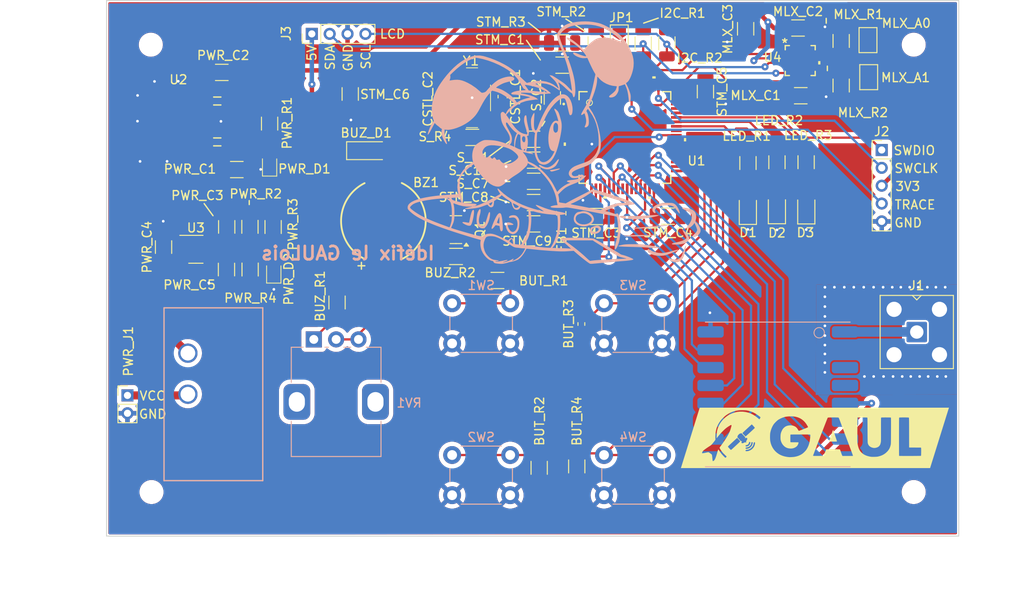
<source format=kicad_pcb>
(kicad_pcb (version 20240108) (generator "pcbnew") (generator_version "8.0")
  (title_block (company "GAUL"))
  (layers (0 "F.Cu" signal) (31 "B.Cu" signal) (34 "B.Paste" user) (35 "F.Paste" user) (36 "B.SilkS" user "B.Silkscreen") (37 "F.SilkS" user "F.Silkscreen") (38 "B.Mask" user) (39 "F.Mask" user) (44 "Edge.Cuts" user))
  (net 0 "")
  (net 1 "GND")
  (net 2 "PUSH_1")
  (net 3 "PUSH_2")
  (net 4 "PUSH_3")
  (net 5 "PUSH_4")
  (net 6 "+3.3V")
  (net 7 "Net-(BUZ_D1-K)")
  (net 8 "Net-(BUZ_D1-A)")
  (net 9 "BUZZER")
  (net 10 "Net-(Q1-B)")
  (net 11 "OSC_IN")
  (net 12 "Net-(CSTL_C2-Pad1)")
  (net 13 "Net-(D1-A)")
  (net 14 "Net-(D2-A)")
  (net 15 "Net-(D3-A)")
  (net 16 "+3.3VA")
  (net 17 "I2C_SDA")
  (net 18 "I2C_SCL")
  (net 19 "/Capteurs/ANT")
  (net 20 "SYS_SWCLK")
  (net 21 "SYS_TRACESWO")
  (net 22 "SYS_SWDIO")
  (net 23 "+5V")
  (net 24 "Net-(JP1-B)")
  (net 25 "LED1")
  (net 26 "LED2")
  (net 27 "LED3")
  (net 28 "Net-(MLX_A0-B)")
  (net 29 "Net-(MLX_A1-B)")
  (net 30 "VCC")
  (net 31 "Net-(U3-Noise)")
  (net 32 "Net-(PWR_D1-A)")
  (net 33 "Net-(PWR_D2-A)")
  (net 34 "Net-(PWR_J1-Pin_1)")
  (net 36 "SPI_SCK")
  (net 37 "SPI_MOSI")
  (net 39 "SPI_MISO")
  (net 40 "RFM_NIRQ")
  (net 41 "SPI_RFM_CS")
  (net 42 "RFM_GPIO2")
  (net 43 "RFM_GPIO3")
  (net 44 "RFM_SDN")
  (net 45 "RFM_GPIO1")
  (net 47 "NRST")
  (net 48 "BOOT0")
  (net 49 "OSC_OUT")
  (net 53 "MLX_INT")
  (net 74 "MLX_INT{slash}TRIG")
  (net 82 "Net-(PWR_R2-Pad2)")
  (net 83 "Net-(PWR_R3-Pad2)")
  (net 84 "Net-(BUZ_R1-Pad1)")
  (footprint "Footprints:SOT-23-5" (layer "F.Cu") (at 109.655213 100.724655)
    (property "Reference" "U3")
    (property "Value" "NJM2882F05-TE1" (hide yes))
  )
  (footprint "Capacitor_SMD:C_1206_3216Metric" (layer "F.Cu") (at 147.451245 97.882922 180)
    (property "Reference" "STM_C9")
    (property "Value" "1uF")
  )
  (footprint "Capacitor_SMD:C_0603_1608Metric_Pad1.08x0.95mm_HandSolder" (layer "F.Cu") (at 143.987653 83.626155 -90)
    (property "Reference" "CSTL_C1")
    (property "Value" "16pF")
  )
  (footprint "Footprints:QFN-16_MLX90393_MEL-L" (layer "F.Cu") (at 177.293894 79.586481)
    (property "Reference" "U4")
    (property "Value" "MLX90393SLW-ABA-011-RE" (hide yes))
  )
  (footprint "Footprints:LTST-C190EKT" (layer "F.Cu") (at 118.379667 102.989507 90)
    (property "Reference" "PWR_D2")
    (property "Value" "LTST-C190EKT" (hide yes))
  )
  (footprint "Capacitor_SMD:C_1206_3216Metric" (layer "F.Cu") (at 106.038464 100.479357 90)
    (property "Reference" "PWR_C4")
    (property "Value" "100nF")
  )
  (footprint "MountingHole:MountingHole_2.2mm_M2" (layer "F.Cu") (at 104.690724 127.915425)
    (property "Reference" "REF**" (hide yes))
    (property "Value" "MountingHole_2.2mm_M2" (hide yes))
  )
  (footprint "Jumper:SolderJumper-2_P1.3mm_Open_TrianglePad1.0x1.5mm" (layer "F.Cu") (at 157.041445 76.998395 -90)
    (property "Reference" "JP1")
    (property "Value" "SolderJumper_2_Open" (hide yes))
  )
  (footprint "Footprints:Buzzer_D14mm_H7mm_P10mm" (layer "F.Cu") (at 130.649833 97.56325 90)
    (property "Reference" "BZ1")
    (property "Value" "SMTB-0927-TW-R" (hide yes))
  )
  (footprint "Resistor_SMD:R_1206_3216Metric" (layer "F.Cu") (at 143.409182 104.220474)
    (property "Reference" "BUT_R1")
    (property "Value" "10k")
  )
  (footprint "Capacitor_SMD:C_1206_3216Metric" (layer "F.Cu") (at 177.353418 83.524504)
    (property "Reference" "MLX_C1")
    (property "Value" "100nF")
  )
  (footprint "Connector_PinHeader_2.00mm:PinHeader_1x02_P2.00mm_Vertical" (layer "F.Cu") (at 101.999565 117.092575)
    (property "Reference" "PWR_J1")
    (property "Value" "Conn_01x02" (hide yes))
  )
  (footprint "Capacitor_SMD:C_1206_3216Metric" (layer "F.Cu") (at 154.460656 97.052327 180)
    (property "Reference" "STM_C3")
    (property "Value" "100nF" (hide yes))
  )
  (footprint "Footprints:LTST-C170GKT" (layer "F.Cu") (at 177.972188 96.044202 90)
    (property "Reference" "D3")
    (property "Value" "LTST-C170GKT")
  )
  (footprint "Capacitor_SMD:C_1206_3216Metric" (layer "F.Cu") (at 162.494412 97.014822 180)
    (property "Reference" "STM_C4")
    (property "Value" "100nF" (hide yes))
  )
  (footprint "Capacitor_SMD:C_1206_3216Metric" (layer "F.Cu") (at 150.648604 80.102403)
    (property "Reference" "STM_C1")
    (property "Value" "100nF" (hide yes))
  )
  (footprint "Resistor_SMD:R_1206_3216Metric" (layer "F.Cu") (at 147.435508 88.399698)
    (property "Reference" "S_R1")
    (property "Value" "10k" (hide yes))
  )
  (footprint "Capacitor_SMD:C_1206_3216Metric" (layer "F.Cu") (at 147.449647 95.49081 180)
    (property "Reference" "STM_C8")
    (property "Value" "1uF" (hide yes))
  )
  (footprint "Resistor_SMD:R_1206_3216Metric" (layer "F.Cu") (at 171.444382 91.065077 -90)
    (property "Reference" "LED_R1")
    (property "Value" "145R")
  )
  (footprint "Capacitor_SMD:C_1206_3216Metric" (layer "F.Cu") (at 113.080536 102.994327 -90)
    (property "Reference" "PWR_C5")
    (property "Value" "10nF")
  )
  (footprint "Resistor_SMD:R_1206_3216Metric" (layer "F.Cu") (at 117.907483 86.649488 -90)
    (property "Reference" "PWR_R1")
    (property "Value" "145R" (hide yes))
  )
  (footprint "Resistor_SMD:R_1206_3216Metric" (layer "F.Cu") (at 125.456681 106.684591 90)
    (property "Reference" "BUZ_R1")
    (property "Value" "50R")
  )
  (footprint "Resistor_SMD:R_1206_3216Metric" (layer "F.Cu") (at 140.593819 88.196023)
    (property "Reference" "S_R4")
    (property "Value" "10R")
  )
  (footprint "MountingHole:MountingHole_2.2mm_M2" (layer "F.Cu") (at 189.993853 127.915425)
    (property "Reference" "REF**" (hide yes))
    (property "Value" "MountingHole_2.2mm_M2" (hide yes))
  )
  (footprint "Capacitor_SMD:C_1206_3216Metric" (layer "F.Cu") (at 147.457676 90.739808 180)
    (property "Reference" "S_C10")
    (property "Value" "100nF")
  )
  (footprint "Resistor_SMD:R_1206_3216Metric" (layer "F.Cu") (at 162.371695 77.654857 -90)
    (property "Reference" "I2C_R2")
    (property "Value" "10k")
  )
  (footprint "Resistor_SMD:R_1206_3216Metric" (layer "F.Cu") (at 115.727543 102.993542 -90)
    (property "Reference" "PWR_R4")
    (property "Value" "145R" (hide yes))
  )
  (footprint "Resistor_SMD:R_1206_3216Metric" (layer "F.Cu") (at 154.4592 77.63337 -90)
    (property "Reference" "STM_R2")
    (property "Value" "1k5")
  )
  (footprint "Connector_PinHeader_2.00mm:PinHeader_1x04_P2.00mm_Vertical" (layer "F.Cu") (at 122.631959 76.597438 90)
    (property "Reference" "J3")
    (property "Value" "Conn_01x04" (hide yes))
  )
  (footprint "Resistor_SMD:R_1206_3216Metric" (layer "F.Cu") (at 152.281912 125.046159 90)
    (property "Reference" "BUT_R4")
    (property "Value" "10k")
  )
  (footprint "Capacitor_SMD:C_1206_3216Metric" (layer "F.Cu") (at 147.461203 93.110254 180)
    (property "Reference" "S_C7")
    (property "Value" "10nF")
  )
  (footprint "Footprints:logo" (layer "F.Cu") (at 178.939303 121.842457)
    (property "Reference" "G***" (hide yes))
    (property "Value" "LOGO" (hide yes))
  )
  (footprint "Footprints:LTST-C190EKT" (layer "F.Cu") (at 117.911156 91.006319 90)
    (property "Reference" "PWR_D1")
    (property "Value" "LTST-C190EKT" (hide yes))
  )
  (footprint "Jumper:SolderJumper-2_P1.3mm_Open_TrianglePad1.0x1.5mm" (layer "F.Cu") (at 184.879126 77.296699 -90)
    (property "Reference" "MLX_A0")
    (property "Value" "jumper" (hide yes))
  )
  (footprint "Resistor_SMD:R_1206_3216Metric" (layer "F.Cu") (at 174.689472 90.977865 -90)
    (property "Reference" "LED_R2")
    (property "Value" "145R")
  )
  (footprint "Resistor_SMD:R_1206_3216Metric" (layer "F.Cu") (at 118.301663 98.229542 -90)
    (property "Reference" "PWR_R3")
    (property "Value" "145R" (hide yes))
  )
  (footprint "Resistor_SMD:R_1206_3216Metric" (layer "F.Cu") (at 115.706659 98.210103 90)
    (property "Reference" "PWR_R2")
    (property "Value" "145R" (hide yes))
  )
  (footprint "Footprints:LTST-C170GKT" (layer "F.Cu") (at 174.686024 96.021779 90)
    (property "Reference" "D2")
    (property "Value" "LTST-C170GKT")
  )
  (footprint "Resistor_SMD:R_1206_3216Metric" (layer "F.Cu") (at 177.9544 90.971103 -90)
    (property "Reference" "LED_R3")
    (property "Value" "145R")
  )
  (footprint "Resistor_SMD:R_1206_3216Metric" (layer "F.Cu") (at 159.719571 77.654857 -90)
    (property "Reference" "I2C_R1")
    (property "Value" "10k")
  )
  (footprint "Resistor_SMD:R_0402_1005Metric" (layer "F.Cu") (at 152.800916 109.095109 90)
    (property "Reference" "BUT_R3")
    (property "Value" "10k" (hide yes))
  )
  (footprint "MountingHole:MountingHole_2.2mm_M2" (layer "F.Cu") (at 189.993853 77.809474)
    (property "Reference" "REF**" (hide yes))
    (property "Value" "MountingHole_2.2mm_M2" (hide yes))
  )
  (footprint "Capacitor_SMD:C_1206_3216Metric" (layer "F.Cu") (at 114.235277 91.797018)
    (property "Reference" "PWR_C1")
    (property "Value" "10uF" (hide yes))
  )
  (footprint "Diode_SMD:D_SOD-123" (layer "F.Cu") (at 128.887611 89.681145)
    (property "Reference" "BUZ_D1")
    (property "Value" "BAT54T1G")
  )
  (footprint "Capacitor_SMD:C_1206_3216Metric" (layer "F.Cu") (at 149.552681 83.774852 90)
    (property "Reference" "S_C2")
    (property "Value" "100nF" (hide yes))
  )
  (footprint "Footprints:SOT-23" (layer "F.Cu") (at 138.760243 98.524625 180)
    (property "Reference" "Q1")
    (property "Value" "MMBT3904" (hide yes))
  )
  (footprint "Jumper:SolderJumper-2_P1.3mm_Open_TrianglePad1.0x1.5mm" (layer "F.Cu") (at 184.95713 81.446927 90)
    (property "Reference" "MLX_A1")
    (property "Value" "jumper" (hide yes))
  )
  (footprint "Connector_PinHeader_2.00mm:PinHeader_1x05_P2.00mm_Vertical" (layer "F.Cu") (at 186.415391 89.603771)
    (property "Reference" "J2")
    (property "Value" "Conn_01x05_Socket" (hide yes))
  )
  (footprint "Resistor_SMD:R_1206_3216Metric" (layer "F.Cu") (at 181.875985 77.390738 90)
    (property "Reference" "MLX_R1")
    (property "Value" "10k")
  )
  (footprint "MountingHole:MountingHole_2.2mm_M2" (layer "F.Cu") (at 104.613368 77.809474)
    (property "Reference" "REF**" (hide yes))
    (property "Value" "MountingHole_2.2mm_M2" (hide yes))
  )
  (footprint "Footprints:LQFP64-10x10mm" (layer "F.Cu") (at 157.676128 88.202142)
    (property "Reference" "U1")
    (property "Value" "STM32F103RET6")
  )
  (footprint "Capacitor_SMD:C_1206_3216Metric" (layer "F.Cu") (at 171.18376 76.027072 -90)
    (property "Reference" "MLX_C3")
    (property "Value" "1uF")
  )
  (footprint "Resistor_SMD:R_1206_3216Metric" (layer "F.Cu") (at 150.642799 77.613147 180)
    (property "Reference" "STM_R3")
    (property "Value" "10k")
  )
  (footprint "Resistor_SMD:R_1206_3216Metric" (layer "F.Cu") (at 181.875985 82.382971 -90)
    (property "Reference" "MLX_R2")
    (property "Value" "10k")
  )
  (footprint "Footprints:SMA_90deg" (layer "F.Cu") (at 190.338188 109.992891 -90)
    (property "Reference" "J1")
    (property "Value" "RF2-03E-T-00-50-G")
  )
  (footprint "Capacitor_SMD:C_1206_3216Metric" (layer "F.Cu") (at 113.106537 98.217173 90)
    (property "Reference" "PWR_C3")
    (property "Value" "1uF")
  )
  (footprint "Footprints:LTST-C170GKT" (layer "F.Cu") (at 171.434291 96.094398 90)
    (property "Reference" "D1")
    (property "Value" "LTST-C170GKT")
  )
  (footprint "Capacitor_SMD:C_1206_3216Metric" (layer "F.Cu") (at 112.556406 80.912302 180)
    (property "Reference" "PWR_C2")
    (property "Value" "4.7uF")
  )
  (footprint "Capacitor_SMD:C_1206_3216Metric" (layer "F.Cu") (at 177.048952 75.940336)
    (property "Reference" "MLX_C2")
    (property "Value" "100nF")
  )
  (footprint "Capacitor_SMD:C_0603_1608Metric_Pad1.08x0.95mm_HandSolder" (layer "F.Cu") (at 137.260368 83.867782 90)
    (property "Reference" "CSTL_C2")
    (property "Value" "16pF")
  )
  (footprint "Capacitor_SMD:C_1206_3216Metric" (layer "F.Cu") (at 126.930726 83.329063 -90)
    (property "Reference" "STM_C6")
    (property "Value" "10uF" (hide yes))
  )
  (footprint "Capacitor_SMD:C_1206_3216Metric" (layer "F.Cu") (at 166.684946 83.06003 -90)
    (property "Reference" "STM_C5")
    (property "Value" "100nF")
  )
  (footprint "Footprints:Ferrite_0603" (layer "F.Cu") (at 150.546681 96.692644 90)
    (property "Reference" "FB1")
    (property "Value" "ILBB0603ER121V" (hide yes))
  )
  (footprint "Footprints:Crystal" (layer "F.Cu") (at 140.572634 83.749815 -90)
    (property "Reference" "Y1")
    (property "Value" "CTX853CT-ND" (hide yes))
  )
  (footprint "Resistor_SMD:R_1206_3216Metric" (layer "F.Cu") (at 138.770343 101.52921 180)
    (property "Reference" "BUZ_R2")
    (property "Value" "1k5")
  )
  (footprint "Resistor_SMD:R_1206_3216Metric" (layer "F.Cu") (at 148.077719 125.202926 90)
    (property "Reference" "BUT_R2")
    (property "Value" "10k")
  )
  (footprint "Footprints:DPAK-3_ONS-M" (layer "F.Cu") (at 107.744285 86.406381 90)
    (property "Reference" "U2")
    (property "Value" "NCV5501DT33RKG" (hide yes))
  )
  (footprint "LOGO" (layer "B.Cu") (at 149.553616 88.27172 180)
    (property "Reference" "Idéfix le GAULois")
    (property "Value" "LOGO" (hide yes))
  )
  (footprint "Footprints:Potentiometer_Alps_RK09K_Single_Vertical" (layer "B.Cu") (at 122.855079 110.819387 -90)
    (property "Reference" "RV1")
    (property "Value" "RK09K1130A5R")
  )
  (footprint "Footprints:SW_PUSH_6mm_H4.3mm" (layer "B.Cu") (at 161.834957 106.771352 180)
    (property "Reference" "SW3")
    (property "Value" "SW_Push")
  )
  (footprint "Footprints:SW_PUSH_6mm_H4.3mm" (layer "B.Cu") (at 144.834957 106.771352 180)
    (property "Reference" "SW1")
    (property "Value" "SW_Push")
  )
  (footprint "Footprints:SW_PUSH_6mm_H4.3mm" (layer "B.Cu") (at 161.834957 123.771352 180)
    (property "Reference" "SW4")
    (property "Value" "SW_Push")
  )
  (footprint "Footprints:SW_PUSH_6mm_H4.3mm" (layer "B.Cu") (at 144.834957 123.771352 180)
    (property "Reference" "SW2")
    (property "Value" "SW_Push")
  )
  (footprint "Footprints:RFM22b-S2" (layer "B.Cu") (at 175.691803 117.610279 180)
    (property "Reference" "RF1" (hide yes))
    (property "Value" "BAT54T1G" (hide yes))
  )
  (footprint "Footprints:SW_1MS02Q_CNK" (layer "B.Cu") (at 108.76054 112.361013 180)
    (property "Reference" "SW5" (hide yes))
    (property "Value" "SW_SPST")
  )
  (gr_line (start 115.628655 95.271966) (end 115.628655 95.713987) (stroke (width 0.15)) (layer "F.SilkS"))
  (gr_line (start 148.39159 86.911204) (end 148.708469 86.390618) (stroke (width 0.153)) (layer "F.SilkS"))
  (gr_line (start 142.69496 91.809426) (end 144.883414 90.815815) (stroke (width 0.153)) (layer "F.SilkS"))
  (gr_line (start 142.67331 94.794) (end 144.701405 95.496034) (stroke (width 0.153)) (layer "F.SilkS"))
  (gr_line (start 180.330973 80.214462) (end 180.330973 80.712677) (stroke (width 0.153)) (layer "F.SilkS"))
  (gr_line (start 151.071703 74.929071) (end 153.170382 76.273537) (stroke (width 0.153)) (layer "F.SilkS"))
  (gr_line (start 159.776549 75.389809) (end 161.399746 74.832348) (stroke (width 0.153)) (layer "F.SilkS"))
  (gr_line (start 180.201806 74.86326) (end 180.205416 75.400367) (stroke (width 0.153)) (layer "F.SilkS"))
  (gr_line (start 110.584419 95.609982) (end 111.572466 96.962045) (stroke (width 0.15)) (layer "F.SilkS"))
  (gr_line (start 146.869092 75.328853) (end 148.205069 76.395973) (stroke (width 0.153)) (layer "F.SilkS"))
  (gr_line (start 142.491302 90.347793) (end 144.857412 88.553709) (stroke (width 0.153)) (layer "F.SilkS"))
  (gr_line (start 142.694959 93.18749) (end 144.779409 93.129923) (stroke (width 0.153)) (layer "F.SilkS"))
  (gr_line (start 146.661082 77.322279) (end 148.205069 79.516119) (stroke (width 0.153)) (layer "F.SilkS"))
  (gr_rect (start 99.658188 72.852891) (end 195.036624 132.852891) (stroke (width 0.1)) (fill none) (layer "Edge.Cuts"))
  (gr_text "LCD" (at 130.154877 77.192775 0) (layer "F.SilkS") (effects (font (size 1 1) (thickness 0.153)) (justify left bottom)))
  (gr_text "SWDIO\n" (at 187.658754 90.243835 0) (layer "F.SilkS") (effects (font (size 1 1) (thickness 0.153)) (justify left bottom)))
  (gr_text "GND" (at 127.280784 80.885268 90) (layer "F.SilkS") (effects (font (size 1 1) (thickness 0.153)) (justify left bottom)))
  (gr_text "SWCLK" (at 187.746614 92.246399 0) (layer "F.SilkS") (effects (font (size 1 1) (thickness 0.153)) (justify left bottom)))
  (gr_text "GND" (at 187.75325 98.344649 0) (layer "F.SilkS") (effects (font (size 1 1) (thickness 0.153)) (justify left bottom)))
  (gr_text "SCL" (at 129.271225 80.660159 90) (layer "F.SilkS") (effects (font (size 1 1) (thickness 0.153)) (justify left bottom)))
  (gr_text "SDA" (at 125.266648 80.754942 90) (layer "F.SilkS") (effects (font (size 1 1) (thickness 0.153)) (justify left bottom)))
  (gr_text "GND\n" (at 103.198045 119.772716 0) (layer "F.SilkS") (effects (font (size 1 1) (thickness 0.153)) (justify left bottom)))
  (gr_text "3V3" (at 187.853576 94.263396 0) (layer "F.SilkS") (effects (font (size 1 1) (thickness 0.153)) (justify left bottom)))
  (gr_text "VCC" (at 103.26092 117.72927 0) (layer "F.SilkS") (effects (font (size 1 1) (thickness 0.153)) (justify left bottom)))
  (gr_text "TRACE" (at 187.777175 96.326235 0) (layer "F.SilkS") (effects (font (size 1 1) (thickness 0.153)) (justify left bottom)))
  (gr_text "5V" (at 123.216968 79.736026 90) (layer "F.SilkS") (effects (font (size 1 1) (thickness 0.153)) (justify left bottom)))
  (segment (start 152.985656 97.052327) (end 154.426127 95.611856) (width 0.25) (layer "F.Cu") (net 1))
  (segment (start 152.963942 89.952141) (end 153.974324 88.941759) (width 0.25) (layer "F.Cu") (net 1))
  (segment (start 117.890781 91.776694) (end 117.911156 91.756319) (width 0.25) (layer "F.Cu") (net 1))
  (segment (start 178.043895 78.189481) (end 178.043895 76.420393) (width 0.25) (layer "F.Cu") (net 1))
  (segment (start 116.887925 91.797018) (end 116.908249 91.776694) (width 0.25) (layer "F.Cu") (net 1))
  (segment (start 166.684946 84.53503) (end 166.684946 84.90715) (width 0.25) (layer "F.Cu") (net 1))
  (segment (start 171.428529 97.15016) (end 171.434291 97.144398) (width 0.25) (layer "F.Cu") (net 1))
  (segment (start 152.123604 80.102403) (end 151.909485 80.102403) (width 0.25) (layer "F.Cu") (net 1))
  (segment (start 177.96602 97.10037) (end 177.972188 97.094202) (width 0.25) (layer "F.Cu") (net 1))
  (segment (start 154.426127 95.611856) (end 154.426127 93.952141) (width 0.25) (layer "F.Cu") (net 1))
  (segment (start 178.015294 78.218082) (end 178.015294 78.865081) (width 0.25) (layer "F.Cu") (net 1))
  (segment (start 151.909485 80.102403) (end 150.662867 78.855785) (width 0.25) (layer "F.Cu") (net 1))
  (segment (start 160.926129 96.921539) (end 160.926129 93.952141) (width 0.25) (layer "F.Cu") (net 1))
  (segment (start 151.926129 89.952141) (end 152.963942 89.952141) (width 0.25) (layer "F.Cu") (net 1))
  (segment (start 108.500831 100.741537) (end 108.517713 100.724655) (width 0.5) (layer "F.Cu") (net 1))
  (segment (start 154.426127 81.562842) (end 154.426127 82.452143) (width 0.25) (layer "F.Cu") (net 1))
  (segment (start 161.019412 97.014822) (end 160.926129 96.921539) (width 0.25) (layer "F.Cu") (net 1))
  (segment (start 174.692612 97.078367) (end 174.686024 97.071779) (width 0.25) (layer "F.Cu") (net 1))
  (segment (start 152.123604 80.102403) (end 152.965688 80.102403) (width 0.25) (layer "F.Cu") (net 1))
  (segment (start 178.015294 78.865081) (end 177.293894 79.586481) (width 0.25) (layer "F.Cu") (net 1))
  (segment (start 178.043895 76.420393) (end 178.523952 75.940336) (width 0.25) (layer "F.Cu") (net 1))
  (segment (start 115.710277 91.797018) (end 116.887925 91.797018) (width 0.25) (layer "F.Cu") (net 1))
  (segment (start 166.684946 84.90715) (end 166.677853 84.914243) (width 0.25) (layer "F.Cu") (net 1))
  (segment (start 152.965688 80.102403) (end 154.426127 81.562842) (width 0.25) (layer "F.Cu") (net 1))
  (segment (start 178.043895 78.189481) (end 178.015294 78.218082) (width 0.25) (layer "F.Cu") (net 1))
  (segment (start 116.908249 91.776694) (end 117.890781 91.776694) (width 0.25) (layer "F.Cu") (net 1))
  (segment (start 163.426127 84.952141) (end 166.267835 84.952141) (width 0.25) (layer "F.Cu") (net 1))
  (segment (start 166.267835 84.952141) (end 166.684946 84.53503) (width 0.25) (layer "F.Cu") (net 1))
  (via (at 180.054268 108.247554) (size 0.8) (drill 0.3) (layers "F.Cu" "B.Cu") (net 1))
  (via (at 106.431581 90.877923) (size 0.8) (drill 0.3) (layers "F.Cu" "B.Cu") (net 1))
  (via (at 169.119684 77.497943) (size 0.8) (drill 0.3) (layers "F.Cu" "B.Cu") (net 1))
  (via (at 105.025795 81.923677) (size 0.8) (drill 0.3) (layers "F.Cu" "B.Cu") (net 1))
  (via (at 144.372796 91.468115) (size 0.8) (drill 0.3) (layers "F.Cu" "B.Cu") (net 1))
  (via (at 111.104373 104.483784) (size 0.8) (drill 0.3) (layers "F.Cu" "B.Cu") (net 1))
  (via (at 190.497889 104.9746) (size 0.8) (drill 0.3) (layers "F.Cu" "B.Cu") (net 1))
  (via (at 191.61104 114.9739) (size 0.8) (drill 0.3) (layers "F.Cu" "B.Cu") (net 1))
  (via (at 192.476448 104.9746) (size 0.8) (drill 0.3) (layers "F.Cu" "B.Cu") (net 1))
  (via (at 139.707878 96.395239) (size 0.8) (drill 0.3) (layers "F.Cu" "B.Cu") (net 1))
  (via (at 116.908249 91.776694) (size 0.8) (drill 0.3) (layers "F.Cu" "B.Cu") (net 1))
  (via (at 127.00873 86.241199) (size 0.8) (drill 0.3) (layers "F.Cu" "B.Cu") (net 1))
  (via (at 185.506961 104.9746) (size 0.8) (drill 0.3) (layers "F.Cu" "B.Cu") (net 1))
  (via (at 187.684545 114.9739) (size 0.8) (drill 0.3) (layers "F.Cu" "B.Cu") (net 1))
  (via (at 103.120853 86.375333) (size 0.8) (drill 0.3) (layers "F.Cu" "B.Cu") (net 1))
  (via (at 157.887652 99.54944) (size 0.8) (drill 0.3) (layers "F.Cu" "B.Cu") (net 1))
  (via (at 180.054268 111.454807) (size 0.8) (drill 0.3) (layers "F.Cu" "B.Cu") (net 1))
  (via (at 182.22516 104.9746) (size 0.8) (drill 0.3) (layers "F.Cu" "B.Cu") (net 1))
  (via (at 193.589599 114.9739) (size 0.8) (drill 0.3) (layers "F.Cu" "B.Cu") (net 1))
  (via (at 112.4622 86.395707) (size 0.8) (drill 0.3) (layers "F.Cu" "B.Cu") (net 1))
  (via (at 106.003795 97.584555) (size 0.8) (drill 0.3) (layers "F.Cu" "B.Cu") (net 1))
  (via (at 190.655741 114.9739) (size 0.8) (drill 0.3) (layers "F.Cu" "B.Cu") (net 1))
  (via (at 180.054268 104.97927) (size 0.8) (drill 0.3) (layers "F.Cu" "B.Cu") (net 1))
  (via (at 144.345832 95.428004) (size 0.8) (drill 0.3) (layers "F.Cu" "B.Cu") (net 1))
  (via (at 174.692612 98.552224) (size 0.8) (drill 0.3) (layers "F.Cu" "B.Cu") (net 1))
  (via (at 180.054268 114.51344) (size 0.8) (drill 0.3) (layers "F.Cu" "B.Cu") (net 1))
  (via (at 144.333847 97.889025) (size 0.8) (drill 0.3) (layers "F.Cu" "B.Cu") (net 1))
  (via (at 181.119575 104.9746) (size 0.8) (drill 0.3) (layers "F.Cu" "B.Cu") (net 1))
  (via (at 188.549953 104.9746) (size 0.8) (drill 0.3) (layers "F.Cu" "B.Cu") (net 1))
  (via (at 171.428529 98.496269) (size 0.8) (drill 0.3) (layers "F.Cu" "B.Cu") (net 1))
  (via (at 189.54259 104.9746) (size 0.8) (drill 0.3) (layers "F.Cu" "B.Cu") (net 1))
  (via (at 193.518691 104.9746) (size 0.8) (drill 0.3) (layers "F.Cu" "B.Cu") (net 1))
  (via (at 185.514527 114.9739) (size 0.8) (drill 0.3) (layers "F.Cu" "B.Cu") (net 1))
  (via (at 103.13104 83.492453) (size 0.8) (drill 0.3) (layers "F.Cu" "B.Cu") (net 1))
  (via (at 188.707805 114.9739) (size 0.8) (drill 0.3) (layers "F.Cu" "B.Cu") (net 1))
  (via (at 140.572634 83.749815) (size 0.8) (drill 0.3) (layers "F.Cu" "B.Cu") (net 1))
  (via (at 184.480457 114.9739) (size 0.8) (drill 0.3) (layers "F.Cu" "B.Cu") (net 1))
  (via (at 187.594654 104.9746) (size 0.8) (drill 0.3) (layers "F.Cu" "B.Cu") (net 1))
  (via (at 167.185894 107.837632) (size 0.8) (drill 0.3) (layers "F.Cu" "B.Cu") (net 1))
  (via (at 180.054268 107.145109) (size 0.8) (drill 0.3) (layers "F.Cu" "B.Cu") (net 1))
  (via (at 180.054268 110.394858) (size 0.8) (drill 0.3) (layers "F.Cu" "B.Cu") (net 1))
  (via (at 180.054268 112.449066) (size 0.8) (drill 0.3) (layers "F.Cu" "B.Cu") (net 1))
  (via (at 153.974324 88.941759) (size 0.8) (drill 0.3) (layers "F.Cu" "B.Cu") (net 1))
  (via (at 144.36124 93.0513) (size 0.8) (drill 0.3) (layers "F.Cu" "B.Cu") (net 1))
  (via (at 180.191582 83.635675) (size 0.8) (drill 0.3) (layers "F.Cu" "B.Cu") (net 1))
  (via (at 184.401376 104.9746) (size 0.8) (drill 0.3) (layers "F.Cu" "B.Cu") (net 1))
  (via (at 183.289593 104.9746) (size 0.8) (drill 0.3) (layers "F.Cu" "B.Cu") (net 1))
  (via (at 152.97631 95.236125) (size 0.8) (drill 0.3) (layers "F.Cu" "B.Cu") (net 1))
  (via (at 147.421382 81.022553) (size 0.8) (drill 0.3) (layers "F.Cu" "B.Cu") (net 1))
  (via (at 103.409481 90.881319) (size 0.8) (drill 0.3) (layers "F.Cu" "B.Cu") (net 1))
  (via (at 191.521149 104.9746) (size 0.8) (drill 0.3) (layers "F.Cu" "B.Cu") (net 1))
  (via (at 168.959057 84.441713) (size 0.8) (drill 0.3) (layers "F.Cu" "B.Cu") (net 1))
  (via (at 150.662867 78.855785) (size 0.8) (drill 0.3) (layers "F.Cu" "B.Cu") (net 1))
  (via (at 177.96602 98.524246) (size 0.8) (drill 0.3) (layers "F.Cu" "B.Cu") (net 1))
  (via (at 192.6343 114.9739) (size 0.8) (drill 0.3) (layers "F.Cu" "B.Cu") (net 1))
  (via (at 186.620112 114.9739) (size 0.8) (drill 0.3) (layers "F.Cu" "B.Cu") (net 1))
  (via (at 180.054268 113.430624) (size 0.8) (drill 0.3) (layers "F.Cu" "B.Cu") (net 1))
  (via (at 118.384713 105.211818) (size 0.8) (drill 0.3) (layers "F.Cu" "B.Cu") (net 1))
  (via (at 189.663104 114.9739) (size 0.8) (drill 0.3) (layers "F.Cu" "B.Cu") (net 1))
  (via (at 180.054268 106.042665) (size 0.8) (drill 0.3) (layers "F.Cu" "B.Cu") (net 1))
  (via (at 180.054268 109.298775) (size 0.8) (drill 0.3) (layers "F.Cu" "B.Cu") (net 1))
  (via (at 150.645533 75.718305) (size 0.8) (drill 0.3) (layers "F.Cu" "B.Cu") (net 1))
  (via (at 186.571394 104.9746) (size 0.8) (drill 0.3) (layers "F.Cu" "B.Cu") (net 1))
  (via (at 180.061576 75.809309) (size 0.8) (drill 0.3) (layers "F.Cu" "B.Cu") (net 1))
  (via (at 107.684564 81.903303) (size 0.8) (drill 0.3) (layers "F.Cu" "B.Cu") (net 1))
  (segment (start 165.600141 91.952142) (end 163.426127 91.952142) (width 0.25) (layer "F.Cu") (net 2))
  (segment (start 166.579109 98.781386) (end 166.579109 92.93111) (width 0.25) (layer "F.Cu") (net 2))
  (segment (start 144.834957 106.771352) (end 138.334957 106.771352) (width 0.25) (layer "F.Cu") (net 2))
  (segment (start 144.866547 106.739762) (end 144.834957 106.771352) (width 0.25) (layer "F.Cu") (net 2))
  (segment (start 166.579109 92.93111) (end 165.600141 91.952142) (width 0.25) (layer "F.Cu") (net 2))
  (segment (start 161.702521 103.657974) (end 166.579109 98.781386) (width 0.25) (layer "F.Cu") (net 2))
  (segment (start 145.434182 103.657974) (end 161.702521 103.657974) (width 0.25) (layer "F.Cu") (net 2))
  (segment (start 144.871682 104.220474) (end 145.434182 103.657974) (width 0.25) (layer "F.Cu") (net 2))
  (segment (start 144.866547 104.033631) (end 144.866547 106.739762) (width 0.25) (layer "F.Cu") (net 2))
  (segment (start 166.042926 91.452143) (end 163.426127 91.452143) (width 0.25) (layer "F.Cu") (net 3))
  (segment (start 144.834957 123.771352) (end 138.334957 123.771352) (width 0.25) (layer "F.Cu") (net 3))
  (segment (start 144.834957 123.771352) (end 148.046793 123.771352) (width 0.25) (layer "F.Cu") (net 3))
  (segment (start 153.726031 104.475651) (end 162.366912 104.475651) (width 0.25) (layer "F.Cu") (net 3))
  (segment (start 147.720677 123.787293) (end 147.720677 110.481005) (width 0.25) (layer "F.Cu") (net 3))
  (segment (start 147.720677 110.481005) (end 153.726031 104.475651) (width 0.25) (layer "F.Cu") (net 3))
  (segment (start 162.366912 104.475651) (end 167.280179 99.562384) (width 0.25) (layer "F.Cu") (net 3))
  (segment (start 148.046793 123.771352) (end 148.077719 123.740426) (width 0.25) (layer "F.Cu") (net 3))
  (segment (start 144.850898 123.787293) (end 144.834957 123.771352) (width 0.25) (layer "F.Cu") (net 3))
  (segment (start 167.280179 99.562384) (end 167.280179 92.689396) (width 0.25) (layer "F.Cu") (net 3))
  (segment (start 167.280179 92.689396) (end 166.042926 91.452143) (width 0.25) (layer "F.Cu") (net 3))
  (segment (start 167.950192 92.405791) (end 166.496543 90.952142) (width 0.25) (layer "F.Cu") (net 4))
  (segment (start 167.950192 100.656117) (end 167.950192 92.405791) (width 0.25) (layer "F.Cu") (net 4))
  (segment (start 166.496543 90.952142) (end 163.426127 90.952142) (width 0.25) (layer "F.Cu") (net 4))
  (segment (start 153.5212 108.585109) (end 155.334957 106.771352) (width 0.25) (layer "F.Cu") (net 4))
  (segment (start 152.800916 108.585109) (end 153.5212 108.585109) (width 0.25) (layer "F.Cu") (net 4))
  (segment (start 161.834957 106.771352) (end 167.950192 100.656117) (width 0.25) (layer "F.Cu") (net 4))
  (segment (start 161.834957 106.771352) (end 155.334957 106.771352) (width 0.25) (layer "F.Cu") (net 4))
  (segment (start 168.652225 92.210781) (end 166.893587 90.452143) (width 0.25) (layer "F.Cu") (net 5))
  (segment (start 159.069373 120.036936) (end 159.069373 111.793686) (width 0.25) (layer "F.Cu") (net 5))
  (segment (start 159.069373 111.793686) (end 168.652225 102.210834) (width 0.25) (layer "F.Cu") (net 5))
  (segment (start 155.147264 123.583659) (end 155.334957 123.771352) (width 0.25) (layer "F.Cu") (net 5))
  (segment (start 155.319016 123.787293) (end 155.334957 123.771352) (width 0.25) (layer "F.Cu") (net 5))
  (segment (start 168.652225 102.210834) (end 168.652225 92.210781) (width 0.25) (layer "F.Cu") (net 5))
  (segment (start 166.893587 90.452143) (end 163.426127 90.452143) (width 0.25) (layer "F.Cu") (net 5))
  (segment (start 152.281912 123.583659) (end 155.147264 123.583659) (width 0.25) (layer "F.Cu") (net 5))
  (segment (start 155.334957 123.771352) (end 159.069373 120.036936) (width 0.25) (layer "F.Cu") (net 5))
  (segment (start 155.334957 123.771352) (end 161.834957 123.771352) (width 0.25) (layer "F.Cu") (net 5))
  (segment (start 128.176731 81.854063) (end 138.05955 91.736882) (width 0.5) (layer "F.Cu") (net 6))
  (segment (start 187.10742 81.481712) (end 187.10742 81.18434) (width 0.5) (layer "F.Cu") (net 6))
  (segment (start 177.223418 84.869504) (end 175.878418 83.524504) (width 0.5) (layer "F.Cu") (net 6))
  (segment (start 137.112385 104.296696) (end 141.87046 104.296696) (width 0.5) (layer "F.Cu") (net 6))
  (segment (start 103.886786 80.782296) (end 106.021433 80.782296) (width 0.5) (layer "F.Cu") (net 6))
  (segment (start 148.077719 126.665426) (end 150.258199 124.484946) (width 0.5) (layer "F.Cu") (net 6))
  (segment (start 177.043894 78.189481) (end 177.043894 77.410278) (width 0.25) (layer "F.Cu") (net 6))
  (segment (start 147.262198 82.959369) (end 149.552681 85.249852) (width 0.5) (layer "F.Cu") (net 6))
  (segment (start 152.813482 125.977089) (end 152.281912 126.508659) (width 0.5) (layer "F.Cu") (net 6))
  (segment (start 149.552681 85.249852) (end 150.350391 84.452142) (width 0.25) (layer "F.Cu") (net 6))
  (segment (start 160.412329 100.571905) (end 163.969412 97.014822) (width 0.5) (layer "F.Cu") (net 6))
  (segment (start 140.269829 74.552072) (end 155.348577 74.552072) (width 0.5) (layer "F.Cu") (net 6))
  (segment (start 150.258199 124.484946) (end 152.281912 126.508659) (width 0.5) (layer "F.Cu") (net 6))
  (segment (start 107.80685 78.996879) (end 112.115983 78.996879) (width 0.5) (layer "F.Cu") (net 6))
  (segment (start 112.115983 78.996879) (end 114.031406 80.912302) (width 0.5) (layer "F.Cu") (net 6))
  (segment (start 175.892863 83.258713) (end 176.467863 83.258713) (width 0.25) (layer "F.Cu") (net 6))
  (segment (start 173.527457 73.982003) (end 182.28943 73.982003) (width 0.5) (layer "F.Cu") (net 6))
  (segment (start 111.328411 114.629079) (end 122.608296 125.908964) (width 0.5) (layer "F.Cu") (net 6))
  (segment (start 150.546681 97.492644) (end 149.316523 97.492644) (width 0.25) (layer "F.Cu") (net 6))
  (segment (start 125.762159 80.685496) (end 114.258212 80.685496) (width 0.5) (layer "F.Cu") (net 6))
  (segment (start 149.316523 97.492644) (end 148.926245 97.882922) (width 0.25) (layer "F.Cu") (net 6))
  (segment (start 160.652825 74.552072) (end 171.18376 74.552072) (width 0.5) (layer "F.Cu") (net 6))
  (segment (start 141.986117 95.663449) (end 141.986117 98.340808) (width 0.5) (layer "F.Cu") (net 6))
  (segment (start 172.368055 79.336481) (end 172.106677 79.597859) (width 0.25) (layer "F.Cu") (net 6))
  (segment (start 150.207941 124.434688) (end 150.258199 124.484946) (width 0.5) (layer "F.Cu") (net 6))
  (segment (start 152.800916 109.605109) (end 150.207941 112.198084) (width 0.5) (layer "F.Cu") (net 6))
  (segment (start 155.348577 74.552072) (end 157.818692 74.552072) (width 0.5) (layer "F.Cu") (net 6))
  (segment (start 175.896894 79.336481) (end 172.368055 79.336481) (width 0.25) (layer "F.Cu") (net 6))
  (segment (start 176.467863 83.258713) (end 178.043895 81.682681) (width 0.25) (layer "F.Cu") (net 6))
  (segment (start 126.930726 81.854063) (end 125.762159 80.685496) (width 0.5) (layer "F.Cu") (net 6))
  (segment (start 152.517657 82.452143) (end 153.926128 82.452143) (width 0.25) (layer "F.Cu") (net 6))
  (segment (start 111.328411 114.629079) (end 106.960546 114.629079) (width 0.5) (layer "F.Cu") (net 6))
  (segment (start 171.18376 74.552072) (end 172.957388 74.552072) (width 0.5) (layer "F.Cu") (net 6))
  (segment (start 187.10742 78.044993) (end 185.634126 76.571699) (width 0.5) (layer "F.Cu") (net 6))
  (segment (start 126.930726 81.854063) (end 128.176731 81.854063) (width 0.5) (layer "F.Cu") (net 6))
  (segment (start 166.684946 81.95715) (end 166.684946 81.58503) (width 0.25) (layer "F.Cu") (net 6))
  (segment (start 138.527572 92.204904) (end 142.167802 92.204904) (width 0.5) (layer "F.Cu") (net 6))
  (segment (start 148.071439 79.000238) (end 149.173604 80.102403) (width 0.5) (layer "F.Cu") (net 6))
  (segment (start 116.836875 84.11638) (end 117.907483 85.186988) (width 0.5) (layer "F.Cu") (net 6))
  (segment (start 157.041445 76.273395) (end 155.348577 74.580527) (width 0.25) (layer "F.Cu") (net 6))
  (segment (start 178.043895 81.682681) (end 178.043895 80.983481) (width 0.25) (layer "F.Cu") (net 6))
  (segment (start 172.957388 74.552072) (end 173.679269 75.273953) (width 0.5) (layer "F.Cu") (net 6))
  (segment (start 147.321257 125.908964) (end 148.077719 126.665426) (width 0.5) (layer "F.Cu") (net 6))
  (segment (start 185.634126 76.571699) (end 184.879126 76.571699) (width 0.5) (layer "F.Cu") (net 6))
  (segment (start 101.938385 109.606918) (end 101.938385 82.730697) (width 0.5) (layer "F.Cu") (net 6))
  (segment (start 187.10742 81.18434) (end 187.10742 80.404304) (width 0.5) (layer "F.Cu") (net 6))
  (segment (start 114.208585 84.11638) (end 116.836875 84.11638) (width 0.5) (layer "F.Cu") (net 6))
  (segment (start 111.328411 114.629079) (end 126.780002 114.629079) (width 0.5) (layer "F.Cu") (net 6))
  (segment (start 135.821663 79.000238) (end 129.784551 79.000238) (width 0.5) (layer "F.Cu") (net 6))
  (segment (start 175.878418 83.524504) (end 175.553349 83.199435) (width 0.5) (layer "F.Cu") (net 6))
  (segment (start 185.273867 117.971299) (end 177.268077 125.977089) (width 0.5) (layer "F.Cu") (net 6))
  (segment (start 177.043894 77.410278) (end 175.573952 75.940336) (width 0.25) (layer "F.Cu") (net 6))
  (segment (start 185.71213 82.171927) (end 187.10742 80.776637) (width 0.25) (layer "F.Cu") (net 6))
  (segment (start 117.048359 84.327864) (end 117.907483 85.186988) (width 0.5) (layer "F.Cu") (net 6))
  (segment (start 184.95713 82.171927) (end 185.71213 82.171927) (width 0.25) (layer "F.Cu") (net 6))
  (segment (start 135.821663 79.000238) (end 140.269829 74.552072) (width 0.5) (layer "F.Cu") (net 6))
  (segment (start 142.167802 92.204904) (end 145.973008 88.399698) (width 0.5) (layer "F.Cu") (net 6))
  (segment (start 168.299351 83.199435) (end 166.684946 81.58503) (width 0.5) (layer "F.Cu") (net 6))
  (segment (start 183.422256 84.869504) (end 177.223418 84.869504) (width 0.5) (layer "F.Cu") (net 6))
  (segment (start 150.207941 112.198084) (end 150.207941 124.434688) (width 0.5) (layer "F.Cu") (net 6))
  (segment (start 187.10742 81.481712) (end 187.107419 81.481712) (width 0.25) (layer "F.Cu") (net 6))
  (segment (start 138.05955 91.736882) (end 141.986117 95.663449) (width 0.5) (layer "F.Cu") (net 6))
  (segment (start 187.10742 80.404304) (end 187.10742 78.044993) (width 0.5) (layer "F.Cu") (net 6))
  (segment (start 154.926128 96.042799) (end 154.926128 93.952141) (width 0.25) (layer "F.Cu") (net 6))
  (segment (start 146.713277 100.09589) (end 148.926245 97.882922) (width 0.5) (layer "F.Cu") (net 6))
  (segment (start 129.784551 79.000238) (end 126.930726 81.854063) (width 0.5) (layer "F.Cu") (net 6))
  (segment (start 106.960546 114.629079) (end 101.938385 109.606918) (width 0.5) (layer "F.Cu") (net 6))
  (segment (start 163.969412 97.014822) (end 161.426128 94.471538) (width 0.25) (layer "F.Cu") (net 6))
  (segment (start 149.173604 80.102403) (end 150.167917 80.102403) (width 0.25) (layer "F.Cu") (net 6))
  (segment (start 158.079286 74.552072) (end 157.818692 74.552072) (width 0.25) (layer "F.Cu") (net 6))
  (segment (start 126.780002 114.629079) (end 137.112385 104.296696) (width 0.5) (layer "F.Cu") (net 6))
  (segment (start 177.268077 125.977089) (end 152.813482 125.977089) (width 0.5) (layer "F.Cu") (net 6))
  (segment (start 145.728126 79.000238) (end 148.071439 79.000238) (width 0.5) (layer "F.Cu") (net 6))
  (segment (start 188.825779 83.200071) (end 188.825779 91.193383) (width 0.5) (layer "F.Cu") (net 6))
  (segment (start 187.10742 81.481712) (end 188.825779 83.200071) (width 0.5) (layer "F.Cu") (net 6))
  (segment (start 122.608296 125.908964) (end 147.321257 125.908964) (width 0.5) (layer "F.Cu") (net 6))
  (segment (start 188.825779 91.193383) (end 186.415391 93.603771) (width 0.5) (layer "F.Cu") (net 6))
  (segment (start 138.05955 91.736882) (end 138.527572 92.204904) (width 0.5) (layer "F.Cu") (net 6))
  (segment (start 155.348577 74.580527) (end 155.348577 74.552072) (width 0.25) (layer "F.Cu") (net 6))
  (segment (start 175.553349 83.199435) (end 168.299351 83.199435) (width 0.5) (layer "F.Cu") (net 6))
  (segment (start 173.679269 75.273953) (end 174.345652 75.940336) (width 0.5) (layer "F.Cu") (net 6))
  (segment (start 146.713277 100.09589) (end 152.892093 100.09589) (width 0.5) (layer "F.Cu") (net 6))
  (segment (start 163.426127 84.452142) (end 164.189954 84.452142) (width 0.25) (layer "F.Cu") (net 6))
  (segment (start 114.208585 81.089481) (end 114.031406 80.912302) (width 0.5) (layer "F.Cu") (net 6))
  (segment (start 172.957388 74.552072) (end 173.527457 73.982003) (width 0.5) (layer "F.Cu") (net 6))
  (segment (start 101.938385 82.730697) (end 103.886786 80.782296) (width 0.5) (layer "F.Cu") (net 6))
  (segment (start 164.189954 84.452142) (end 166.684946 81.95715) (width 0.25) (layer "F.Cu") (net 6))
  (segment (start 161.426128 94.471538) (end 161.426128 93.952141) (width 0.25) (layer "F.Cu") (net 6))
  (segment (start 106.021433 80.782296) (end 107.80685 78.996879) (width 0.5) (layer "F.Cu") (net 6))
  (segment (start 152.892093 100.09589) (end 153.368108 100.571905) (width 0.5) (layer "F.Cu") (net 6))
  (segment (start 150.350391 84.452142) (end 151.926129 84.452142) (width 0.25) (layer "F.Cu") (net 6))
  (segment (start 152.892093 100.09589) (end 155.935656 97.052327) (width 0.5) (layer "F.Cu") (net 6))
  (segment (start 157.818692 74.552072) (end 160.652825 74.552072) (width 0.5) (layer "F.Cu") (net 6))
  (segment (start 187.10742 81.18434) (end 183.422256 84.869504) (width 0.5) (layer "F.Cu") (net 6))
  (segment (start 143.336015 79.000238) (end 145.728126 79.000238) (width 0.5) (layer "F.Cu") (net 6))
  (segment (start 174.345652 75.940336) (end 175.573952 75.940336) (width 0.5) (layer "F.Cu") (net 6))
  (segment (start 141.986117 98.340808) (end 143.741199 100.09589) (width 0.5) (layer "F.Cu") (net 6))
  (segment (start 187.10742 80.776637) (end 187.10742 80.404304) (width 0.25) (layer "F.Cu") (net 6))
  (segment (start 114.258212 80.685496) (end 114.031406 80.912302) (width 0.5) (layer "F.Cu") (net 6))
  (segment (start 143.741199 100.09589) (end 146.713277 100.09589) (width 0.5) (layer "F.Cu") (net 6))
  (segment (start 160.73141 74.552072) (end 160.652825 74.552072) (width 0.25) (layer "F.Cu") (net 6))
  (segment (start 153.368108 100.571905) (end 160.412329 100.571905) (width 0.5) (layer "F.Cu") (net 6))
  (segment (start 150.167917 80.102403) (end 152.517657 82.452143) (width 0.25) (layer "F.Cu") (net 6))
  (segment (start 147.262198 82.926421) (end 143.336015 79.000238) (width 0.5) (layer "F.Cu") (net 6))
  (segment (start 182.28943 73.982003) (end 184.879126 76.571699) (width 0.5) (layer "F.Cu") (net 6))
  (segment (start 114.208585 84.11638) (end 114.208585 81.089481) (width 0.5) (layer "F.Cu") (net 6))
  (segment (start 135.821663 79.000238) (end 143.336015 79.000238) (width 0.5) (layer "F.Cu") (net 6))
  (segment (start 141.87046 104.296696) (end 141.946682 104.220474) (width 0.5) (layer "F.Cu") (net 6))
  (segment (start 155.935656 97.052327) (end 154.926128 96.042799) (width 0.25) (layer "F.Cu") (net 6))
  (segment (start 147.262198 82.959369) (end 147.262198 82.926421) (width 0.5) (layer "F.Cu") (net 6))
  (segment (start 162.371695 76.192357) (end 160.73141 74.552072) (width 0.25) (layer "F.Cu") (net 6))
  (segment (start 171.62288 74.252401) (end 171.019801 74.252401) (width 0.25) (layer "F.Cu") (net 6))
  (segment (start 159.719571 76.192357) (end 158.079286 74.552072) (width 0.25) (layer "F.Cu") (net 6))
  (via (at 173.679269 75.273953) (size 0.8) (drill 0.3) (layers "F.Cu" "B.Cu") (net 6))
  (via (at 172.106677 79.597859) (size 0.8) (drill 0.3) (layers "F.Cu" "B.Cu") (net 6))
  (via (at 185.273867 117.971299) (size 0.8) (drill 0.3) (layers "F.Cu" "B.Cu") (net 6))
  (segment (start 173.679269 78.025267) (end 172.106677 79.597859) (width 0.5) (layer "B.Cu") (net 6))
  (segment (start 182.306803 117.980279) (end 185.264887 117.980279) (width 0.5) (layer "B.Cu") (net 6))
  (segment (start 185.264887 117.980279) (end 185.273867 117.971299) (width 0.5) (layer "B.Cu") (net 6))
  (segment (start 173.679269 75.273953) (end 173.679269 78.025267) (width 0.5) (layer "B.Cu") (net 6))
  (segment (start 127.855079 110.259068) (end 130.649833 107.464314) (width 0.25) (layer "F.Cu") (net 7))
  (segment (start 127.855079 110.819387) (end 127.855079 110.259068) (width 0.25) (layer "F.Cu") (net 7))
  (segment (start 127.237611 98.351028) (end 130.649833 101.76325) (width 0.25) (layer "F.Cu") (net 7))
  (segment (start 130.649833 102.421828) (end 130.658324 102.430319) (width 0.25) (layer "F.Cu") (net 7))
  (segment (start 125.355079 110.819387) (end 127.855079 110.819387) (width 0.25) (layer "F.Cu") (net 7))
  (segment (start 130.649833 101.76325) (end 130.649833 102.421828) (width 0.25) (layer "F.Cu") (net 7))
  (segment (start 127.237611 89.681145) (end 127.237611 98.351028) (width 0.25) (layer "F.Cu") (net 7))
  (segment (start 130.649833 107.464314) (end 130.649833 101.76325) (width 0.25) (layer "F.Cu") (net 7))
  (segment (start 130.751211 93.261872) (end 130.649833 93.36325) (width 0.25) (layer "F.Cu") (net 8))
  (segment (start 132.661368 93.36325) (end 137.822743 98.524625) (width 0.25) (layer "F.Cu") (net 8))
  (segment (start 130.649833 93.36325) (end 132.661368 93.36325) (width 0.25) (layer "F.Cu") (net 8))
  (segment (start 130.537611 93.251028) (end 130.649833 93.36325) (width 0.25) (layer "F.Cu") (net 8))
  (segment (start 130.537611 89.681145) (end 130.537611 93.251028) (width 0.25) (layer "F.Cu") (net 8))
  (segment (start 140.232843 101.52921) (end 155.827434 101.52921) (width 0.25) (layer "F.Cu") (net 9))
  (segment (start 155.827434 101.52921) (end 155.875102 101.576878) (width 0.25) (layer "F.Cu") (net 9))
  (segment (start 161.508698 88.155916) (end 161.712472 87.952142) (width 0.25) (layer "F.Cu") (net 9))
  (segment (start 161.712472 87.952142) (end 163.426127 87.952142) (width 0.25) (layer "F.Cu") (net 9))
  (via (at 161.508698 88.155916) (size 0.8) (drill 0.3) (layers "F.Cu" "B.Cu") (net 9))
  (via (at 155.875102 101.576878) (size 0.8) (drill 0.3) (layers "F.Cu" "B.Cu") (net 9))
  (segment (start 155.875102 101.576878) (end 155.875102 95.48826) (width 0.25) (layer "B.Cu") (net 9))
  (segment (start 153.769003 90.912045) (end 156.525132 88.155916) (width 0.25) (layer "B.Cu") (net 9))
  (segment (start 156.525132 88.155916) (end 161.508698 88.155916) (width 0.25) (layer "B.Cu") (net 9))
  (segment (start 155.875102 95.48826) (end 153.769003 93.382161) (width 0.25) (layer "B.Cu") (net 9))
  (segment (start 153.769003 93.382161) (end 153.769003 90.912045) (width 0.25) (layer "B.Cu") (net 9))
  (segment (start 139.362428 99.474625) (end 139.697743 99.474625) (width 0.25) (layer "F.Cu") (net 10))
  (segment (start 137.307843 101.52921) (end 139.362428 99.474625) (width 0.25) (layer "F.Cu") (net 10))
  (segment (start 144.271175 82.763655) (end 143.987653 82.763655) (width 0.25) (layer "F.Cu") (net 11))
  (segment (start 143.987653 82.763655) (end 142.986474 82.763655) (width 0.25) (layer "F.Cu") (net 11))
  (segment (start 147.959663 86.452143) (end 144.271175 82.763655) (width 0.25) (layer "F.Cu") (net 11))
  (segment (start 142.986474 82.763655) (end 141.772634 81.549815) (width 0.25) (layer "F.Cu") (net 11))
  (segment (start 151.926129 86.452143) (end 147.959663 86.452143) (width 0.25) (layer "F.Cu") (net 11))
  (segment (start 139.058272 85.949815) (end 137.838739 84.730282) (width 0.25) (layer "F.Cu") (net 12))
  (segment (start 139.372634 87.954708) (end 139.131319 88.196023) (width 0.25) (layer "F.Cu") (net 12))
  (segment (start 139.372634 85.949815) (end 139.058272 85.949815) (width 0.25) (layer "F.Cu") (net 12))
  (segment (start 137.838739 84.730282) (end 137.260368 84.730282) (width 0.25) (layer "F.Cu") (net 12))
  (segment (start 139.372634 85.949815) (end 139.372634 87.954708) (width 0.25) (layer "F.Cu") (net 12))
  (segment (start 171.444382 92.527577) (end 171.444382 95.034307) (width 0.25) (layer "F.Cu") (net 13))
  (segment (start 171.444382 95.034307) (end 171.434291 95.044398) (width 0.25) (layer "F.Cu") (net 13))
  (segment (start 174.689472 94.968331) (end 174.686024 94.971779) (width 0.25) (layer "F.Cu") (net 14))
  (segment (start 174.689472 92.440365) (end 174.689472 94.968331) (width 0.25) (layer "F.Cu") (net 14))
  (segment (start 177.9544 92.433603) (end 177.9544 94.976414) (width 0.25) (layer "F.Cu") (net 15))
  (segment (start 177.9544 94.976414) (end 177.972188 94.994202) (width 0.25) (layer "F.Cu") (net 15))
  (segment (start 148.924647 95.49081) (end 150.144847 95.49081) (width 0.25) (layer "F.Cu") (net 16))
  (segment (start 148.936203 93.110254) (end 148.936203 95.479254) (width 0.25) (layer "F.Cu") (net 16))
  (segment (start 148.936203 92.537294) (end 151.021354 90.452143) (width 0.25) (layer "F.Cu") (net 16))
  (segment (start 148.936203 95.479254) (end 148.924647 95.49081) (width 0.25) (layer "F.Cu") (net 16))
  (segment (start 150.144847 95.49081) (end 150.546681 95.892644) (width 0.25) (layer "F.Cu") (net 16))
  (segment (start 151.021354 90.452143) (end 151.926129 90.452143) (width 0.25) (layer "F.Cu") (net 16))
  (segment (start 148.936203 93.110254) (end 148.936203 92.537294) (width 0.25) (layer "F.Cu") (net 16))
  (segment (start 176.543893 80.983481) (end 174.58657 80.983481) (width 0.25) (layer "F.Cu") (net 17))
  (segment (start 174.58657 80.983481) (end 174.568126 81.001925) (width 0.25) (layer "F.Cu") (net 17))
  (segment (start 156.426128 82.452143) (end 156.426128 81.562842) (width 0.25) (layer "F.Cu") (net 17))
  (segment (start 158.871613 79.117357) (end 159.719571 79.117357) (width 0.25) (layer "F.Cu") (net 17))
  (segment (start 159.719571 77.710911) (end 159.716619 77.707959) (width 0.25) (layer "F.Cu") (net 17))
  (segment (start 156.426128 81.562842) (end 158.871613 79.117357) (width 0.25) (layer "F.Cu") (net 17))
  (segment (start 159.719571 79.117357) (end 159.719571 77.710911) (width 0.25) (layer "F.Cu") (net 17))
  (via (at 159.716619 77.707959) (size 0.8) (drill 0.3) (layers "F.Cu" "B.Cu") (net 17))
  (via (at 174.568126 81.001925) (size 0.8) (drill 0.3) (layers "F.Cu" "B.Cu") (net 17))
  (segment (start 174.568126 81.001925) (end 174.565888 81.004163) (width 0.25) (layer "B.Cu") (net 17))
  (segment (start 126.024992 77.990471) (end 159.434107 77.990471) (width 0.25) (layer "B.Cu") (net 17))
  (segment (start 124.631959 76.597438) (end 126.024992 77.990471) (width 0.25) (layer "B.Cu") (net 17))
  (segment (start 159.434107 77.990471) (end 159.716619 77.707959) (width 0.25) (layer "B.Cu") (net 17))
  (segment (start 163.012823 81.004163) (end 159.716619 77.707959) (width 0.25) (layer "B.Cu") (net 17))
  (segment (start 174.565888 81.004163) (end 163.012823 81.004163) (width 0.25) (layer "B.Cu") (net 17))
  (segment (start 162.359113 77.759961) (end 162.371695 77.772543) (width 0.25) (layer "F.Cu") (net 18))
  (segment (start 175.896894 79.836481) (end 173.79985 79.836481) (width 0.25) (layer "F.Cu") (net 18))
  (segment (start 162.371695 77.772543) (end 162.371695 79.117357) (width 0.25) (layer "F.Cu") (net 18))
  (segment (start 161.297823 80.191229) (end 162.371695 79.117357) (width 0.25) (layer "F.Cu") (net 18))
  (segment (start 156.926127 81.692169) (end 158.427067 80.191229) (width 0.25) (layer "F.Cu") (net 18))
  (segment (start 158.427067 80.191229) (end 161.297823 80.191229) (width 0.25) (layer "F.Cu") (net 18))
  (segment (start 173.79985 79.836481) (end 173.352168 80.284163) (width 0.25) (layer "F.Cu") (net 18))
  (segment (start 156.926127 82.452143) (end 156.926127 81.692169) (width 0.25) (layer "F.Cu") (net 18))
  (via (at 162.359113 77.759961) (size 0.8) (drill 0.3) (layers "F.Cu" "B.Cu") (net 18))
  (via (at 173.352168 80.284163) (size 0.8) (drill 0.3) (layers "F.Cu" "B.Cu") (net 18))
  (segment (start 162.359113 77.759961) (end 161.19659 76.597438) (width 0.25) (layer "B.Cu") (net 18))
  (segment (start 173.352168 80.284163) (end 173.318472 80.317859) (width 0.25) (layer "B.Cu") (net 18))
  (segment (start 173.318472 80.317859) (end 164.917011 80.317859) (width 0.25) (layer "B.Cu") (net 18))
  (segment (start 161.19659 76.597438) (end 128.631959 76.597438) (width 0.25) (layer "B.Cu") (net 18))
  (segment (start 164.917011 80.317859) (end 162.359113 77.759961) (width 0.25) (layer "B.Cu") (net 18))
  (segment (start 182.306803 109.980279) (end 190.325576 109.980279) (width 1.08216) (layer "B.Cu") (net 19))
  (segment (start 190.325576 109.980279) (end 190.338188 109.992891) (width 1.08216) (layer "B.Cu") (net 19))
  (segment (start 161.426128 83.819906) (end 161.426128 82.452143) (width 0.25) (layer "F.Cu") (net 20))
  (via (at 161.426128 83.819906) (size 0.8) (drill 0.3) (layers "F.Cu" "B.Cu") (net 20))
  (segment (start 161.426128 83.819906) (end 163.933738 86.327516) (width 0.25) (layer "B.Cu") (net 20))
  (segment (start 181.139136 86.327516) (end 186.415391 91.603771) (width 0.25) (layer "B.Cu") (net 20))
  (segment (start 163.933738 86.327516) (end 181.139136 86.327516) (width 0.25) (layer "B.Cu") (net 20))
  (segment (start 158.44256 85.027455) (end 158.426129 85.011024) (width 0.25) (layer "F.Cu") (net 21))
  (segment (start 158.426129 85.011024) (end 158.426129 82.452143) (width 0.25) (layer "F.Cu") (net 21))
  (via (at 158.44256 85.027455) (size 0.8) (drill 0.3) (layers "F.Cu" "B.Cu") (net 21))
  (segment (start 178.152333 87.340713) (end 186.415391 95.603771) (width 0.25) (layer "B.Cu") (net 21))
  (segment (start 158.44256 85.027455) (end 160.755818 87.340713) (width 0.25) (layer "B.Cu") (net 21))
  (segment (start 160.755818 87.340713) (end 178.152333 87.340713) (width 0.25) (layer "B.Cu") (net 21))
  (segment (start 174.557502 85.452142) (end 163.426127 85.452142) (width 0.25) (layer "F.Cu") (net 22))
  (segment (start 186.415391 89.603771) (end 185.036566 88.224946) (width 0.25) (layer "F.Cu") (net 22))
  (segment (start 177.330306 88.224946) (end 174.557502 85.452142) (width 0.25) (layer "F.Cu") (net 22))
  (segment (start 185.036566 88.224946) (end 177.330306 88.224946) (width 0.25) (layer "F.Cu") (net 22))
  (segment (start 122.643006 95.263005) (end 119.674241 98.23177) (width 0.5) (layer "F.Cu") (net 23))
  (segment (start 122.886671 98.23177) (end 119.674241 98.23177) (width 0.5) (layer "F.Cu") (net 23))
  (segment (start 117.147492 98.23177) (end 115.706659 99.672603) (width 0.5) (layer "F.Cu") (net 23))
  (segment (start 125.456681 100.80178) (end 122.886671 98.23177) (width 0.5) (layer "F.Cu") (net 23))
  (segment (start 125.456681 100.80178) (end 125.456681 105.222091) (width 0.5) (layer "F.Cu") (net 23))
  (segment (start 110.792713 99.774655) (end 115.604607 99.774655) (width 0.5) (layer "F.Cu") (net 23))
  (segment (start 122.643006 82.246359) (end 122.643006 95.263005) (width 0.5) (layer "F.Cu") (net 23))
  (segment (start 119.674241 98.23177) (end 117.147492 98.23177) (width 0.5) (layer "F.Cu") (net 23))
  (segment (start 115.604607 99.774655) (end 115.706659 99.672603) (width 0.25) (layer "F.Cu") (net 23))
  (via (at 122.643006 82.246359) (size 0.8) (drill 0.3) (layers "F.Cu" "B.Cu") (net 23))
  (segment (start 122.631959 82.235312) (end 122.631959 76.597438) (width 0.5) (layer "B.Cu") (net 23))
  (segment (start 122.643006 82.246359) (end 122.631959 82.235312) (width 0.5) (layer "B.Cu") (net 23))
  (segment (start 154.4592 76.17087) (end 156.011725 77.723395) (width 0.25) (layer "F.Cu") (net 24))
  (segment (start 156.011725 77.723395) (end 157.041445 77.723395) (width 0.25) (layer "F.Cu") (net 24))
  (segment (start 170.702698 89.602577) (end 171.444382 89.602577) (width 0.25) (layer "F.Cu") (net 25))
  (segment (start 171.444382 89.602577) (end 168.793947 86.952142) (width 0.25) (layer "F.Cu") (net 25))
  (segment (start 168.793947 86.952142) (end 163.426127 86.952142) (width 0.25) (layer "F.Cu") (net 25))
  (segment (start 171.62625 86.452143) (end 163.426127 86.452143) (width 0.25) (layer "F.Cu") (net 26))
  (segment (start 174.689472 89.515365) (end 171.62625 86.452143) (width 0.25) (layer "F.Cu") (net 26))
  (segment (start 177.9544 89.508603) (end 174.397938 85.952141) (width 0.25) (layer "F.Cu") (net 27))
  (segment (start 174.397938 85.952141) (end 163.426127 85.952141) (width 0.25) (layer "F.Cu") (net 27))
  (segment (start 184.047587 78.853238) (end 184.879126 78.021699) (width 0.25) (layer "F.Cu") (net 28))
  (segment (start 181.654401 79.074822) (end 181.875985 78.853238) (width 0.25) (layer "F.Cu") (net 28))
  (segment (start 178.690894 78.83648) (end 181.859227 78.83648) (width 0.25) (layer "F.Cu") (net 28))
  (segment (start 181.859227 78.83648) (end 181.875985 78.853238) (width 0.25) (layer "F.Cu") (net 28))
  (segment (start 181.875985 78.853238) (end 184.047587 78.853238) (width 0.25) (layer "F.Cu") (net 28))
  (segment (start 181.875985 80.920471) (end 182.074529 80.721927) (width 0.25) (layer "F.Cu") (net 29))
  (segment (start 178.690894 79.336481) (end 180.291995 79.336481) (width 0.25) (layer "F.Cu") (net 29))
  (segment (start 182.074529 80.721927) (end 184.95713 80.721927) (width 0.25) (layer "F.Cu") (net 29))
  (segment (start 180.291995 79.336481) (end 181.875985 80.920471) (width 0.25) (layer "F.Cu") (net 29))
  (segment (start 112.760277 90.14469) (end 114.208585 88.696382) (width 0.5) (layer "F.Cu") (net 30))
  (segment (start 109.180212 101.674655) (end 109.670878 101.183989) (width 0.5) (layer "F.Cu") (net 30))
  (segment (start 103.80348 107.403953) (end 108.76054 112.361013) (width 0.9) (layer "F.Cu") (net 30))
  (segment (start 112.760277 91.797018) (end 112.760277 90.14469) (width 0.5) (layer "F.Cu") (net 30))
  (segment (start 108.517713 101.674655) (end 109.180212 101.674655) (width 0.5) (layer "F.Cu") (net 30))
  (segment (start 109.670878 101.183989) (end 109.670878 100.265321) (width 0.5) (layer "F.Cu") (net 30))
  (segment (start 103.80348 102.889588) (end 103.80348 104.866415) (width 0.9) (layer "F.Cu") (net 30))
  (segment (start 106.318166 101.674655) (end 106.038464 101.954357) (width 0.5) (layer "F.Cu") (net 30))
  (segment (start 107.654441 91.797018) (end 103.80348 95.647979) (width 0.9) (layer "F.Cu") (net 30))
  (segment (start 108.510831 99.781537) (end 108.517713 99.774655) (width 0.5) (layer "F.Cu") (net 30))
  (segment (start 112.760277 91.797018) (end 107.654441 91.797018) (width 0.9) (layer "F.Cu") (net 30))
  (segment (start 103.80348 95.647979) (end 103.80348 102.889588) (width 0.9) (layer "F.Cu") (net 30))
  (segment (start 108.517713 101.674655) (end 106.318166 101.674655) (width 0.5) (layer "F.Cu") (net 30))
  (segment (start 109.180212 99.774655) (end 108.517713 99.774655) (width 0.5) (layer "F.Cu") (net 30))
  (segment (start 106.038464 101.954357) (end 103.80348 104.189341) (width 0.5) (layer "F.Cu") (net 30))
  (segment (start 103.80348 104.189341) (end 103.80348 104.866415) (width 0.5) (layer "F.Cu") (net 30))
  (segment (start 103.80348 104.866415) (end 103.80348 107.403953) (width 0.9) (layer "F.Cu") (net 30))
  (segment (start 109.670878 100.265321) (end 109.180212 99.774655) (width 0.5) (layer "F.Cu") (net 30))
  (segment (start 110.792713 101.674655) (end 112.925208 101.674655) (width 0.5) (layer "F.Cu") (net 31))
  (segment (start 110.954483 101.836425) (end 110.792713 101.674655) (width 0.5) (layer "F.Cu") (net 31))
  (segment (start 112.925208 101.674655) (end 113.080536 101.519327) (width 0.5) (layer "F.Cu") (net 31))
  (segment (start 117.907483 90.252646) (end 117.911156 90.256319) (width 0.5) (layer "F.Cu") (net 32))
  (segment (start 117.907483 88.111988) (end 117.907483 90.252646) (width 0.5) (layer "F.Cu") (net 32))
  (segment (start 117.944078 102.239507) (end 115.727543 104.456042) (width 0.25) (layer "F.Cu") (net 33))
  (segment (start 118.379667 102.239507) (end 117.944078 102.239507) (width 0.25) (layer "F.Cu") (net 33))
  (segment (start 108.628979 117.092575) (end 108.76054 116.961014) (width 0.5) (layer "F.Cu") (net 34))
  (segment (start 101.999565 117.092575) (end 108.628979 117.092575) (width 0.9) (layer "F.Cu") (net 34))
  (segment (start 155.926129 92.591023) (end 154.745833 91.410727) (width 0.25) (layer "F.Cu") (net 36))
  (segment (start 155.926129 93.952141) (end 155.926129 92.591023) (width 0.25) (layer "F.Cu") (net 36))
  (via (at 154.745833 91.410727) (size 0.8) (drill 0.3) (layers "F.Cu" "B.Cu") (net 36))
  (segment (start 154.745833 91.410727) (end 154.745833 91.44684) (width 0.25) (layer "B.Cu") (net 36))
  (segment (start 168.731803 117.980279) (end 167.256803 117.980279) (width 0.25) (layer "B.Cu") (net 36))
  (segment (start 170.844802 107.545809) (end 170.844802 115.86728) (width 0.25) (layer "B.Cu") (net 36))
  (segment (start 154.745833 91.44684) (end 170.844802 107.545809) (width 0.25) (layer "B.Cu") (net 36))
  (segment (start 170.844802 115.86728) (end 168.731803 117.980279) (width 0.25) (layer "B.Cu") (net 36))
  (segment (start 156.926127 93.078614) (end 157.368695 92.636046) (width 0.25) (layer "F.Cu") (net 37))
  (segment (start 156.926127 93.952141) (end 156.926127 93.078614) (width 0.25) (layer "F.Cu") (net 37))
  (via (at 157.368695 92.636046) (size 0.8) (drill 0.3) (layers "F.Cu" "B.Cu") (net 37))
  (segment (start 171.788105 107.055456) (end 171.788105 116.923977) (width 0.25) (layer "B.Cu") (net 37))
  (segment (start 168.731803 119.980279) (end 167.256803 119.980279) (width 0.25) (layer "B.Cu") (net 37))
  (segment (start 157.368695 92.636046) (end 171.788105 107.055456) (width 0.25) (layer "B.Cu") (net 37))
  (segment (start 171.788105 116.923977) (end 168.731803 119.980279) (width 0.25) (layer "B.Cu") (net 37))
  (segment (start 156.426128 92.137088) (end 157.168098 91.395118) (width 0.25) (layer "F.Cu") (net 39))
  (segment (start 156.426128 93.952141) (end 156.426128 92.137088) (width 0.25) (layer "F.Cu") (net 39))
  (via (at 157.168098 91.395118) (size 0.8) (drill 0.3) (layers "F.Cu" "B.Cu") (net 39))
  (segment (start 168.731803 121.980279) (end 167.256803 121.980279) (width 0.25) (layer "B.Cu") (net 39))
  (segment (start 157.168098 91.417215) (end 172.61397 106.863087) (width 0.25) (layer "B.Cu") (net 39))
  (segment (start 157.168098 91.395118) (end 157.168098 91.417215) (width 0.25) (layer "B.Cu") (net 39))
  (segment (start 172.61397 106.863087) (end 172.61397 118.098112) (width 0.25) (layer "B.Cu") (net 39))
  (segment (start 172.61397 118.098112) (end 168.731803 121.980279) (width 0.25) (layer "B.Cu") (net 39))
  (segment (start 159.926129 96.262905) (end 159.926129 93.952141) (width 0.25) (layer "F.Cu") (net 40))
  (segment (start 157.870318 98.318716) (end 159.926129 96.262905) (width 0.25) (layer "F.Cu") (net 40))
  (via (at 157.870318 98.318716) (size 0.8) (drill 0.3) (layers "F.Cu" "B.Cu") (net 40))
  (segment (start 157.870318 98.318716) (end 158.234336 98.318716) (width 0.25) (layer "B.Cu") (net 40))
  (segment (start 164.339426 111.886017) (end 166.433688 113.980279) (width 0.25) (layer "B.Cu") (net 40))
  (segment (start 166.433688 113.980279) (end 167.256803 113.980279) (width 0.25) (layer "B.Cu") (net 40))
  (segment (start 158.234336 98.318716) (end 164.339426 104.423806) (width 0.25) (layer "B.Cu") (net 40))
  (segment (start 164.339426 105.200039) (end 164.339426 111.886017) (width 0.25) (layer "B.Cu") (net 40))
  (segment (start 164.339426 104.423806) (end 164.339426 105.200039) (width 0.25) (layer "B.Cu") (net 40))
  (segment (start 155.426127 93.06284) (end 155.033629 92.670342) (width 0.25) (layer "F.Cu") (net 41))
  (segment (start 155.426127 93.952141) (end 155.426127 93.06284) (width 0.25) (layer "F.Cu") (net 41))
  (segment (start 155.033629 92.670342) (end 154.757741 92.670342) (width 0.25) (layer "F.Cu") (net 41))
  (via (at 154.757741 92.670342) (size 0.8) (drill 0.3) (layers "F.Cu" "B.Cu") (net 41))
  (segment (start 169.094343 115.980279) (end 167.256803 115.980279) (width 0.25) (layer "B.Cu") (net 41))
  (segment (start 154.757741 92.78968) (end 169.902416 107.934355) (width 0.25) (layer "B.Cu") (net 41))
  (segment (start 169.902416 115.172206) (end 169.094343 115.980279) (width 0.25) (layer "B.Cu") (net 41))
  (segment (start 169.902416 107.934355) (end 169.902416 115.172206) (width 0.25) (layer "B.Cu") (net 41))
  (segment (start 154.757741 92.670342) (end 154.757741 92.78968) (width 0.25) (layer "B.Cu") (net 41))
  (segment (start 158.926128 93.952141) (end 158.926128 92.933516) (width 0.25) (layer "F.Cu") (net 42))
  (segment (start 158.926128 92.933516) (end 160.556449 91.303195) (width 0.25) (layer "F.Cu") (net 42))
  (segment (start 160.556449 91.303195) (end 161.417228 91.303195) (width 0.25) (layer "F.Cu") (net 42))
  (via (at 161.417228 91.303195) (size 0.8) (drill 0.3) (layers "F.Cu" "B.Cu") (net 42))
  (segment (start 161.417228 91.303196) (end 174.439952 104.32592) (width 0.25) (layer "B.Cu") (net 42))
  (segment (start 161.417228 91.303195) (end 161.417228 91.303196) (width 0.25) (layer "B.Cu") (net 42))
  (segment (start 174.439952 115.857051) (end 180.56318 121.980279) (width 0.25) (layer "B.Cu") (net 42))
  (segment (start 180.56318 121.980279) (end 182.306803 121.980279) (width 0.25) (layer "B.Cu") (net 42))
  (segment (start 174.439952 104.32592) (end 174.439952 115.857051) (width 0.25) (layer "B.Cu") (net 42))
  (segment (start 159.426127 93.062843) (end 160.037749 92.451221) (width 0.25) (layer "F.Cu") (net 43))
  (segment (start 160.037749 92.451221) (end 161.401699 92.451221) (width 0.25) (layer "F.Cu") (net 43))
  (segment (start 159.426127 93.952141) (end 159.426127 93.062843) (width 0.25) (layer "F.Cu") (net 43))
  (via (at 161.401699 92.451221) (size 0.8) (drill 0.3) (layers "F.Cu" "B.Cu") (net 43))
  (segment (start 173.578871 116.727347) (end 180.831803 123.980279) (width 0.25) (layer "B.Cu") (net 43))
  (segment (start 161.401699 92.451221) (end 161.401699 92.451222) (width 0.25) (layer "B.Cu") (net 43))
  (segment (start 180.831803 123.980279) (end 182.306803 123.980279) (width 0.25) (layer "B.Cu") (net 43))
  (segment (start 161.401699 92.451222) (end 173.578871 104.628394) (width 0.25) (layer "B.Cu") (net 43))
  (segment (start 173.578871 104.628394) (end 173.578871 116.727347) (width 0.25) (layer "B.Cu") (net 43))
  (segment (start 157.926128 93.952141) (end 157.926128 97.117071) (width 0.25) (layer "F.Cu") (net 44))
  (segment (start 157.926128 97.117071) (end 157.903537 97.139662) (width 0.25) (layer "F.Cu") (net 44))
  (via (at 157.903537 97.139662) (size 0.8) (drill 0.3) (layers "F.Cu" "B.Cu") (net 44))
  (segment (start 158.089489 97.139662) (end 165.170051 104.220224) (width 0.25) (layer "B.Cu") (net 44))
  (segment (start 157.903537 97.139662) (end 158.089489 97.139662) (width 0.25) (layer "B.Cu") (net 44))
  (segment (start 165.781803 111.980279) (end 167.256803 111.980279) (width 0.25) (layer "B.Cu") (net 44))
  (segment (start 165.170051 111.368527) (end 165.781803 111.980279) (width 0.25) (layer "B.Cu") (net 44))
  (segment (start 165.170051 104.220224) (end 165.170051 111.368527) (width 0.25) (layer "B.Cu") (net 44))
  (segment (start 158.426129 92.804189) (end 161.032236 90.198082) (width 0.25) (layer "F.Cu") (net 45))
  (segment (start 161.032236 90.198082) (end 161.423665 90.198082) (width 0.25) (layer "F.Cu") (net 45))
  (segment (start 158.426129 93.952141) (end 158.426129 92.804189) (width 0.25) (layer "F.Cu") (net 45))
  (via (at 161.423665 90.198082) (size 0.8) (drill 0.3) (layers "F.Cu" "B.Cu") (net 45))
  (segment (start 181.317314 119.980279) (end 182.306803 119.980279) (width 0.25) (layer "B.Cu") (net 45))
  (segment (start 175.387658 114.050623) (end 181.317314 119.980279) (width 0.25) (layer "B.Cu") (net 45))
  (segment (start 161.423665 90.198082) (end 175.387658 104.162075) (width 0.25) (layer "B.Cu") (net 45))
  (segment (start 175.387658 104.162075) (end 175.387658 114.050623) (width 0.25) (layer "B.Cu") (net 45))
  (segment (start 148.898008 88.399698) (end 149.845565 87.452141) (width 0.25) (layer "F.Cu") (net 47))
  (segment (start 149.845565 87.452141) (end 151.926129 87.452141) (width 0.25) (layer "F.Cu") (net 47))
  (segment (start 148.932676 90.739808) (end 148.932676 88.434366) (width 0.25) (layer "F.Cu") (net 47))
  (segment (start 148.932676 88.434366) (end 148.898008 88.399698) (width 0.25) (layer "F.Cu") (net 47))
  (segment (start 155.926129 80.562799) (end 155.926129 82.452143) (width 0.25) (layer "F.Cu") (net 48))
  (segment (start 152.105299 77.613147) (end 153.588022 79.09587) (width 0.25) (layer "F.Cu") (net 48))
  (segment (start 154.4592 79.09587) (end 155.926129 80.562799) (width 0.25) (layer "F.Cu") (net 48))
  (segment (start 153.588022 79.09587) (end 154.4592 79.09587) (width 0.25) (layer "F.Cu") (net 48))
  (segment (start 142.056319 88.196023) (end 143.3002 86.952142) (width 0.25) (layer "F.Cu") (net 49))
  (segment (start 143.3002 86.952142) (end 151.926129 86.952142) (width 0.25) (layer "F.Cu") (net 49))
  (segment (start 175.896894 78.83648) (end 175.881867 78.851507) (width 0.25) (layer "F.Cu") (net 53))
  (segment (start 165.914327 78.851507) (end 164.113021 80.652813) (width 0.25) (layer "F.Cu") (net 53))
  (segment (start 160.926129 81.41437) (end 160.926129 82.452143) (width 0.25) (layer "F.Cu") (net 53))
  (segment (start 175.881867 78.851507) (end 165.914327 78.851507) (width 0.25) (layer "F.Cu") (net 53))
  (segment (start 164.113021 80.652813) (end 161.687686 80.652813) (width 0.25) (layer "F.Cu") (net 53))
  (segment (start 161.687686 80.652813) (end 160.926129 81.41437) (width 0.25) (layer "F.Cu") (net 53))
  (segment (start 177.543894 80.983481) (end 177.543894 81.553356) (width 0.25) (layer "F.Cu") (net 74))
  (segment (start 165.92347 80.340798) (end 161.682382 84.581886) (width 0.25) (layer "F.Cu") (net 74))
  (segment (start 169.192111 81.918205) (end 167.614704 80.340798) (width 0.25) (layer "F.Cu") (net 74))
  (segment (start 161.682382 84.581886) (end 160.727084 84.581886) (width 0.25) (layer "F.Cu") (net 74))
  (segment (start 160.727084 84.581886) (end 159.926129 83.780931) (width 0.25) (layer "F.Cu") (net 74))
  (segment (start 177.179045 81.918205) (end 169.192111 81.918205) (width 0.25) (layer "F.Cu") (net 74))
  (segment (start 167.614704 80.340798) (end 165.92347 80.340798) (width 0.25) (layer "F.Cu") (net 74))
  (segment (start 177.543894 81.553356) (end 177.179045 81.918205) (width 0.25) (layer "F.Cu") (net 74))
  (segment (start 159.926129 83.780931) (end 159.926129 82.452143) (width 0.25) (layer "F.Cu") (net 74))
  (segment (start 115.706659 96.747603) (end 118.282224 96.747603) (width 0.25) (layer "F.Cu") (net 82))
  (segment (start 118.282224 96.747603) (end 118.301663 96.767042) (width 0.25) (layer "F.Cu") (net 82))
  (segment (start 118.301663 99.692042) (end 116.462663 101.531042) (width 0.25) (layer "F.Cu") (net 83))
  (segment (start 116.462663 101.531042) (end 115.727543 101.531042) (width 0.25) (layer "F.Cu") (net 83))
  (segment (start 122.876729 110.797737) (end 122.855079 110.819387) (width 0.25) (layer "F.Cu") (net 84))
  (segment (start 122.855079 110.819387) (end 122.855079 110.748693) (width 0.25) (layer "F.Cu") (net 84))
  (segment (start 122.855079 110.748693) (end 125.456681 108.147091) (width 0.25) (layer "F.Cu") (net 84))
  (zone (net 1) (net_name "GND") (layer "F.Cu") (connect_pads yes (clearance 0.5)) (min_thickness 0.25) (fill yes (thermal_gap 0.5) (thermal_bridge_width 0.5))
    (polygon (pts (xy 195.080958 103.135438) (xy 195.007469 116.686642) (xy 179.080801 116.829469) (xy 179.158157 103.392789)))
  )
  (zone (net 1) (net_name "GND") (layer "F.Cu") (priority 3) (connect_pads (clearance 0.5)) (min_thickness 0.25) (fill yes (thermal_gap 0.5) (thermal_bridge_width 0.5))
    (polygon (pts (xy 99.613368 72.809474) (xy 194.993853 72.809474) (xy 195.080958 103.135438) (xy 179.158157 103.392789) (xy 179.080801 116.829469) (xy 195.007469 116.686642) (xy 194.993853 132.915425) (xy 99.690724 132.915425) (xy 99.768081 132.915425)))
  )
  (zone (net 1) (net_name "GND") (layer "B.Cu") (priority 1) (connect_pads (clearance 0.5)) (min_thickness 0.25) (fill yes (thermal_gap 0.5) (thermal_bridge_width 0.5))
    (polygon (pts (xy 99.905637 73.184657) (xy 194.834372 72.996279) (xy 194.903864 104.686635) (xy 179.103158 104.667577) (xy 179.027288 117.0367) (xy 194.857452 116.992301) (xy 194.900552 132.510273) (xy 99.884656 132.714652)))
  )
  (zone (net 1) (net_name "GND") (layer "B.Cu") (priority 2) (connect_pads yes (clearance 0.2)) (min_thickness 0.25) (fill yes (thermal_gap 0.5) (thermal_bridge_width 0.5))
    (polygon (pts (xy 194.903864 104.686635) (xy 179.103158 104.667577) (xy 179.027288 117.0367) (xy 194.857452 116.992301)))
  )
)
</source>
